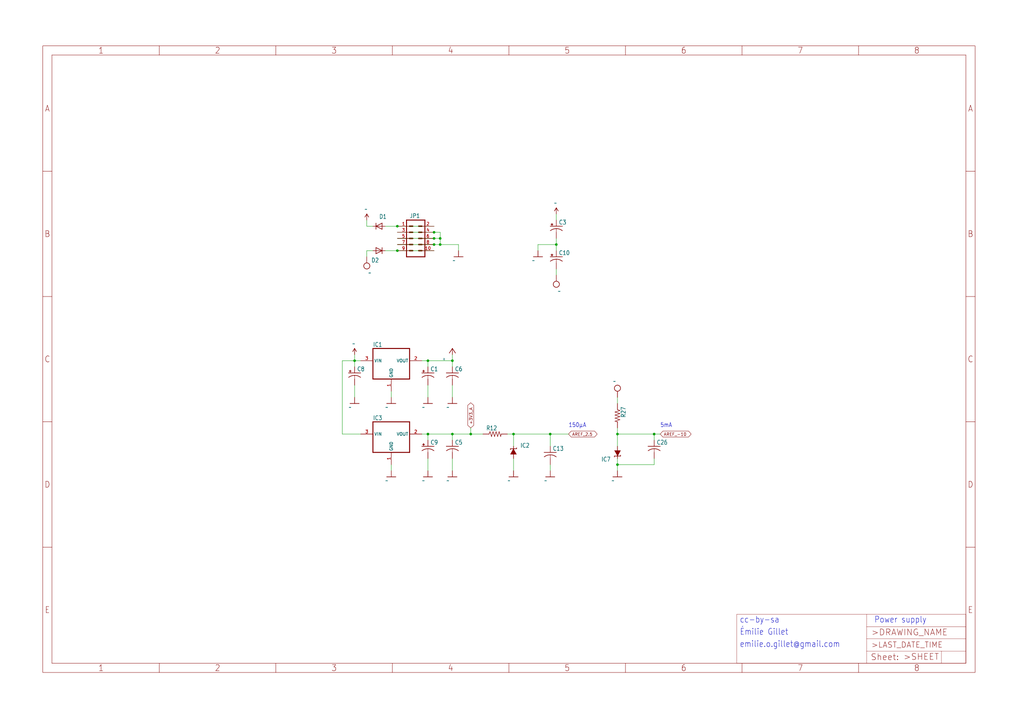
<source format=kicad_sch>
(kicad_sch (version 20211123) (generator eeschema)
  (paper "User" 425.45 299.161)
  (lib_symbols
    (symbol "tides_v40-eagle-import:+3V3" (power)
      (property "Value" "+3V3" (at -2.54 -5.08 90))
      (symbol "+3V3_1_0"
        (polyline (pts (xy 0 0) (xy -1.27 -1.905)) (stroke (width 0.254)))
        (polyline (pts (xy 1.27 -1.905) (xy 0 0)) (stroke (width 0.254)))
        (pin power_in line (at 0 -2.54 90) (length 2.54) (name "+3V3") (number "1"))
      )
    )
    (symbol "tides_v40-eagle-import:A3L-LOC"
      (symbol "A3L-LOC_0_0"
        (polyline (pts (xy 0 52.07) (xy 3.81 52.07)))
        (polyline (pts (xy 0 104.14) (xy 3.81 104.14)))
        (polyline (pts (xy 0 156.21) (xy 3.81 156.21)))
        (polyline (pts (xy 0 208.28) (xy 3.81 208.28)))
        (polyline (pts (xy 3.81 3.81) (xy 3.81 256.54)))
        (polyline (pts (xy 48.4188 0) (xy 48.4188 3.81)))
        (polyline (pts (xy 48.4188 256.54) (xy 48.4188 260.35)))
        (polyline (pts (xy 96.8375 0) (xy 96.8375 3.81)))
        (polyline (pts (xy 96.8375 256.54) (xy 96.8375 260.35)))
        (polyline (pts (xy 145.2563 0) (xy 145.2563 3.81)))
        (polyline (pts (xy 145.2563 256.54) (xy 145.2563 260.35)))
        (polyline (pts (xy 193.675 0) (xy 193.675 3.81)))
        (polyline (pts (xy 193.675 256.54) (xy 193.675 260.35)))
        (polyline (pts (xy 242.0938 0) (xy 242.0938 3.81)))
        (polyline (pts (xy 242.0938 256.54) (xy 242.0938 260.35)))
        (polyline (pts (xy 290.5125 0) (xy 290.5125 3.81)))
        (polyline (pts (xy 290.5125 256.54) (xy 290.5125 260.35)))
        (polyline (pts (xy 338.9313 0) (xy 338.9313 3.81)))
        (polyline (pts (xy 338.9313 256.54) (xy 338.9313 260.35)))
        (polyline (pts (xy 383.54 3.81) (xy 3.81 3.81)))
        (polyline (pts (xy 383.54 3.81) (xy 383.54 256.54)))
        (polyline (pts (xy 383.54 52.07) (xy 387.35 52.07)))
        (polyline (pts (xy 383.54 104.14) (xy 387.35 104.14)))
        (polyline (pts (xy 383.54 156.21) (xy 387.35 156.21)))
        (polyline (pts (xy 383.54 208.28) (xy 387.35 208.28)))
        (polyline (pts (xy 383.54 256.54) (xy 3.81 256.54)))
        (polyline (pts (xy 0 0) (xy 387.35 0) (xy 387.35 260.35) (xy 0 260.35) (xy 0 0)))
        (text "1" (at 24.2094 1.905 0) (effects (font (size 2.54 2.286))))
        (text "1" (at 24.2094 258.445 0) (effects (font (size 2.54 2.286))))
        (text "2" (at 72.6281 1.905 0) (effects (font (size 2.54 2.286))))
        (text "2" (at 72.6281 258.445 0) (effects (font (size 2.54 2.286))))
        (text "3" (at 121.0469 1.905 0) (effects (font (size 2.54 2.286))))
        (text "3" (at 121.0469 258.445 0) (effects (font (size 2.54 2.286))))
        (text "4" (at 169.4656 1.905 0) (effects (font (size 2.54 2.286))))
        (text "4" (at 169.4656 258.445 0) (effects (font (size 2.54 2.286))))
        (text "5" (at 217.8844 1.905 0) (effects (font (size 2.54 2.286))))
        (text "5" (at 217.8844 258.445 0) (effects (font (size 2.54 2.286))))
        (text "6" (at 266.3031 1.905 0) (effects (font (size 2.54 2.286))))
        (text "6" (at 266.3031 258.445 0) (effects (font (size 2.54 2.286))))
        (text "7" (at 314.7219 1.905 0) (effects (font (size 2.54 2.286))))
        (text "7" (at 314.7219 258.445 0) (effects (font (size 2.54 2.286))))
        (text "8" (at 363.1406 1.905 0) (effects (font (size 2.54 2.286))))
        (text "8" (at 363.1406 258.445 0) (effects (font (size 2.54 2.286))))
        (text "A" (at 1.905 234.315 0) (effects (font (size 2.54 2.286))))
        (text "A" (at 385.445 234.315 0) (effects (font (size 2.54 2.286))))
        (text "B" (at 1.905 182.245 0) (effects (font (size 2.54 2.286))))
        (text "B" (at 385.445 182.245 0) (effects (font (size 2.54 2.286))))
        (text "C" (at 1.905 130.175 0) (effects (font (size 2.54 2.286))))
        (text "C" (at 385.445 130.175 0) (effects (font (size 2.54 2.286))))
        (text "D" (at 1.905 78.105 0) (effects (font (size 2.54 2.286))))
        (text "D" (at 385.445 78.105 0) (effects (font (size 2.54 2.286))))
        (text "E" (at 1.905 26.035 0) (effects (font (size 2.54 2.286))))
        (text "E" (at 385.445 26.035 0) (effects (font (size 2.54 2.286))))
      )
      (symbol "A3L-LOC_1_0"
        (polyline (pts (xy 288.29 3.81) (xy 288.29 24.13)) (stroke (width 0.1016)))
        (polyline (pts (xy 288.29 3.81) (xy 342.265 3.81)) (stroke (width 0.1016)))
        (polyline (pts (xy 288.29 24.13) (xy 342.265 24.13)) (stroke (width 0.1016)))
        (polyline (pts (xy 342.265 3.81) (xy 373.38 3.81)) (stroke (width 0.1016)))
        (polyline (pts (xy 342.265 8.89) (xy 342.265 3.81)) (stroke (width 0.1016)))
        (polyline (pts (xy 342.265 8.89) (xy 342.265 13.97)) (stroke (width 0.1016)))
        (polyline (pts (xy 342.265 13.97) (xy 342.265 19.05)) (stroke (width 0.1016)))
        (polyline (pts (xy 342.265 13.97) (xy 383.54 13.97)) (stroke (width 0.1016)))
        (polyline (pts (xy 342.265 19.05) (xy 342.265 24.13)) (stroke (width 0.1016)))
        (polyline (pts (xy 342.265 19.05) (xy 383.54 19.05)) (stroke (width 0.1016)))
        (polyline (pts (xy 342.265 24.13) (xy 383.54 24.13)) (stroke (width 0.1016)))
        (polyline (pts (xy 373.38 3.81) (xy 373.38 8.89)) (stroke (width 0.1016)))
        (polyline (pts (xy 373.38 3.81) (xy 383.54 3.81)) (stroke (width 0.1016)))
        (polyline (pts (xy 373.38 8.89) (xy 342.265 8.89)) (stroke (width 0.1016)))
        (polyline (pts (xy 373.38 8.89) (xy 383.54 8.89)) (stroke (width 0.1016)))
        (polyline (pts (xy 383.54 3.81) (xy 383.54 8.89)) (stroke (width 0.1016)))
        (polyline (pts (xy 383.54 8.89) (xy 383.54 13.97)) (stroke (width 0.1016)))
        (polyline (pts (xy 383.54 13.97) (xy 383.54 19.05)) (stroke (width 0.1016)))
        (polyline (pts (xy 383.54 19.05) (xy 383.54 24.13)) (stroke (width 0.1016)))
        (text ">DRAWING_NAME" (at 344.17 15.24 0) (effects (font (size 2.54 2.54)) (justify left bottom)))
        (text ">LAST_DATE_TIME" (at 344.17 10.16 0) (effects (font (size 2.286 2.286)) (justify left bottom)))
        (text ">SHEET" (at 357.505 5.08 0) (effects (font (size 2.54 2.54)) (justify left bottom)))
        (text "Sheet:" (at 343.916 4.953 0) (effects (font (size 2.54 2.54)) (justify left bottom)))
      )
    )
    (symbol "tides_v40-eagle-import:C-USC0603"
      (property "Reference" "C" (at 1.016 0.635 0))
      (property "Value" "C-USC0603" (at 1.016 -4.191 0))
      (symbol "C-USC0603_1_0"
        (arc (start 0 -1.0161) (mid -1.302 -1.2303) (end -2.4668 -1.8504) (stroke (width 0.254)))
        (polyline (pts (xy -2.54 0) (xy 2.54 0)) (stroke (width 0.254)))
        (polyline (pts (xy 0 -1.016) (xy 0 -2.54)) (stroke (width 0.1524)))
        (arc (start 2.4892 -1.8542) (mid 1.3158 -1.2195) (end 0 -1) (stroke (width 0.254)))
        (pin passive line (at 0 2.54 270) (length 2.54) (name "1") (number "1"))
        (pin passive line (at 0 -5.08 90) (length 2.54) (name "2") (number "2"))
      )
    )
    (symbol "tides_v40-eagle-import:CPOL-USC"
      (property "Reference" "C" (at 1.016 0.635 0))
      (property "Value" "CPOL-USC" (at 1.016 -4.191 0))
      (symbol "CPOL-USC_1_0"
        (rectangle (start -2.253 0.668) (end -1.364 0.795) (fill (type outline)))
        (rectangle (start -1.872 0.287) (end -1.745 1.176) (fill (type outline)))
        (arc (start 0 -1.0161) (mid -1.3021 -1.2302) (end -2.4669 -1.8504) (stroke (width 0.254)))
        (polyline (pts (xy -2.54 0) (xy 2.54 0)) (stroke (width 0.254)))
        (polyline (pts (xy 0 -1.016) (xy 0 -2.54)) (stroke (width 0.1524)))
        (arc (start 2.4892 -1.8542) (mid 1.3158 -1.2195) (end 0 -1) (stroke (width 0.254)))
        (pin passive line (at 0 2.54 270) (length 2.54) (name "+") (number "+"))
        (pin passive line (at 0 -5.08 90) (length 2.54) (name "-") (number "-"))
      )
    )
    (symbol "tides_v40-eagle-import:CPOL-USD"
      (property "Reference" "C" (at 1.016 0.635 0))
      (property "Value" "CPOL-USD" (at 1.016 -4.191 0))
      (symbol "CPOL-USD_1_0"
        (rectangle (start -2.253 0.668) (end -1.364 0.795) (fill (type outline)))
        (rectangle (start -1.872 0.287) (end -1.745 1.176) (fill (type outline)))
        (arc (start 0 -1.0161) (mid -1.3021 -1.2302) (end -2.4669 -1.8504) (stroke (width 0.254)))
        (polyline (pts (xy -2.54 0) (xy 2.54 0)) (stroke (width 0.254)))
        (polyline (pts (xy 0 -1.016) (xy 0 -2.54)) (stroke (width 0.1524)))
        (arc (start 2.4892 -1.8542) (mid 1.3158 -1.2195) (end 0 -1) (stroke (width 0.254)))
        (pin passive line (at 0 2.54 270) (length 2.54) (name "+") (number "+"))
        (pin passive line (at 0 -5.08 90) (length 2.54) (name "-") (number "-"))
      )
    )
    (symbol "tides_v40-eagle-import:DIODE-SOD123"
      (property "Reference" "D" (at 2.54 0.4826 0))
      (property "Value" "DIODE-SOD123" (at 2.54 -2.3114 0))
      (symbol "DIODE-SOD123_1_0"
        (polyline (pts (xy -1.27 -1.27) (xy 1.27 0)) (stroke (width 0.254)))
        (polyline (pts (xy -1.27 1.27) (xy -1.27 -1.27)) (stroke (width 0.254)))
        (polyline (pts (xy 1.27 0) (xy -1.27 1.27)) (stroke (width 0.254)))
        (polyline (pts (xy 1.27 0) (xy 1.27 -1.27)) (stroke (width 0.254)))
        (polyline (pts (xy 1.27 1.27) (xy 1.27 0)) (stroke (width 0.254)))
        (pin passive line (at -2.54 0 0) (length 2.54) (name "A") (number "A"))
        (pin passive line (at 2.54 0 180) (length 2.54) (name "C") (number "C"))
      )
    )
    (symbol "tides_v40-eagle-import:GND" (power)
      (property "Value" "GND" (at -2.54 -2.54 0))
      (symbol "GND_1_0"
        (polyline (pts (xy -1.905 0) (xy 1.905 0)) (stroke (width 0.254)))
        (pin power_in line (at 0 2.54 270) (length 2.54) (name "GND") (number "1"))
      )
    )
    (symbol "tides_v40-eagle-import:LM4041DBZ"
      (property "Reference" "IC" (at 2.794 1.905 0))
      (property "Value" "LM4041DBZ" (at 2.794 -0.889 0))
      (symbol "LM4041DBZ_1_0"
        (polyline (pts (xy -1.27 1.524) (xy -1.27 1.143)) (stroke (width 0.254)))
        (polyline (pts (xy 0 1.524) (xy -1.27 1.524)) (stroke (width 0.254)))
        (polyline (pts (xy 1.27 1.524) (xy 0 1.524)) (stroke (width 0.254)))
        (polyline (pts (xy 1.27 1.905) (xy 1.27 1.524)) (stroke (width 0.254)))
        (polyline (pts (xy 0 1.524) (xy -1.27 -0.762) (xy 1.27 -0.762)) (fill (type outline)))
        (pin passive line (at 0 2.54 270) (length 2.54) (name "C") (number "1"))
        (pin passive line (at 0 -2.54 90) (length 2.54) (name "A") (number "2"))
      )
    )
    (symbol "tides_v40-eagle-import:M05X2PTH"
      (property "Reference" "JP" (at -2.54 8.382 0))
      (property "Value" "M05X2PTH" (at -2.54 -10.16 0))
      (symbol "M05X2PTH_1_0"
        (polyline (pts (xy -3.81 7.62) (xy -3.81 -7.62)) (stroke (width 0.4064)))
        (polyline (pts (xy -3.81 7.62) (xy 3.81 7.62)) (stroke (width 0.4064)))
        (polyline (pts (xy -1.27 -5.08) (xy -2.54 -5.08)) (stroke (width 0.6096)))
        (polyline (pts (xy -1.27 -2.54) (xy -2.54 -2.54)) (stroke (width 0.6096)))
        (polyline (pts (xy -1.27 0) (xy -2.54 0)) (stroke (width 0.6096)))
        (polyline (pts (xy -1.27 2.54) (xy -2.54 2.54)) (stroke (width 0.6096)))
        (polyline (pts (xy -1.27 5.08) (xy -2.54 5.08)) (stroke (width 0.6096)))
        (polyline (pts (xy 1.27 -5.08) (xy 2.54 -5.08)) (stroke (width 0.6096)))
        (polyline (pts (xy 1.27 -2.54) (xy 2.54 -2.54)) (stroke (width 0.6096)))
        (polyline (pts (xy 1.27 0) (xy 2.54 0)) (stroke (width 0.6096)))
        (polyline (pts (xy 1.27 2.54) (xy 2.54 2.54)) (stroke (width 0.6096)))
        (polyline (pts (xy 1.27 5.08) (xy 2.54 5.08)) (stroke (width 0.6096)))
        (polyline (pts (xy 3.81 -7.62) (xy -3.81 -7.62)) (stroke (width 0.4064)))
        (polyline (pts (xy 3.81 -7.62) (xy 3.81 7.62)) (stroke (width 0.4064)))
        (pin passive line (at -7.62 5.08 0) (length 5.08) (name "1") (number "1"))
        (pin passive line (at 7.62 -5.08 180) (length 5.08) (name "10") (number "10"))
        (pin passive line (at 7.62 5.08 180) (length 5.08) (name "2") (number "2"))
        (pin passive line (at -7.62 2.54 0) (length 5.08) (name "3") (number "3"))
        (pin passive line (at 7.62 2.54 180) (length 5.08) (name "4") (number "4"))
        (pin passive line (at -7.62 0 0) (length 5.08) (name "5") (number "5"))
        (pin passive line (at 7.62 0 180) (length 5.08) (name "6") (number "6"))
        (pin passive line (at -7.62 -2.54 0) (length 5.08) (name "7") (number "7"))
        (pin passive line (at 7.62 -2.54 180) (length 5.08) (name "8") (number "8"))
        (pin passive line (at -7.62 -5.08 0) (length 5.08) (name "9") (number "9"))
      )
    )
    (symbol "tides_v40-eagle-import:R-US_R0603"
      (property "Reference" "R" (at -3.81 1.4986 0))
      (property "Value" "R-US_R0603" (at -3.81 -3.302 0))
      (symbol "R-US_R0603_1_0"
        (polyline (pts (xy -2.54 0) (xy -2.159 1.016)) (stroke (width 0.2032)))
        (polyline (pts (xy -2.159 1.016) (xy -1.524 -1.016)) (stroke (width 0.2032)))
        (polyline (pts (xy -1.524 -1.016) (xy -0.889 1.016)) (stroke (width 0.2032)))
        (polyline (pts (xy -0.889 1.016) (xy -0.254 -1.016)) (stroke (width 0.2032)))
        (polyline (pts (xy -0.254 -1.016) (xy 0.381 1.016)) (stroke (width 0.2032)))
        (polyline (pts (xy 0.381 1.016) (xy 1.016 -1.016)) (stroke (width 0.2032)))
        (polyline (pts (xy 1.016 -1.016) (xy 1.651 1.016)) (stroke (width 0.2032)))
        (polyline (pts (xy 1.651 1.016) (xy 2.286 -1.016)) (stroke (width 0.2032)))
        (polyline (pts (xy 2.286 -1.016) (xy 2.54 0)) (stroke (width 0.2032)))
        (pin passive line (at -5.08 0 0) (length 2.54) (name "1") (number "1"))
        (pin passive line (at 5.08 0 180) (length 2.54) (name "2") (number "2"))
      )
    )
    (symbol "tides_v40-eagle-import:REG1117"
      (property "Reference" "IC" (at -7.62 5.715 0))
      (property "Value" "REG1117" (at -5.08 2.54 0))
      (symbol "REG1117_1_0"
        (polyline (pts (xy -7.62 -7.62) (xy 7.62 -7.62)) (stroke (width 0.4064)))
        (polyline (pts (xy -7.62 5.08) (xy -7.62 -7.62)) (stroke (width 0.4064)))
        (polyline (pts (xy 7.62 -7.62) (xy 7.62 5.08)) (stroke (width 0.4064)))
        (polyline (pts (xy 7.62 5.08) (xy -7.62 5.08)) (stroke (width 0.4064)))
        (pin power_in line (at 0 -12.7 90) (length 5.08) (name "GND") (number "1"))
        (pin output line (at 12.7 0 180) (length 5.08) (name "VOUT") (number "2"))
        (pin input line (at -12.7 0 0) (length 5.08) (name "VIN") (number "3"))
      )
    )
    (symbol "tides_v40-eagle-import:VCC" (power)
      (property "Value" "VCC" (at -1.016 3.556 0))
      (symbol "VCC_1_0"
        (polyline (pts (xy 0 2.54) (xy -0.762 1.27)) (stroke (width 0.254)))
        (polyline (pts (xy 0.762 1.27) (xy 0 2.54)) (stroke (width 0.254)))
        (pin power_in line (at 0 0 90) (length 2.54) (name "VCC") (number "1"))
      )
    )
    (symbol "tides_v40-eagle-import:VEE" (power)
      (property "Value" "VEE" (at -1.905 3.175 0))
      (symbol "VEE_1_0"
        (circle (center 0 1.27) (radius 1.27) (stroke (width 0.254)))
        (pin power_in line (at 0 -2.54 90) (length 2.54) (name "VEE") (number "1"))
      )
    )
  )
  (junction (at 187.96 149.86))
  (junction (at 271.78 180.34))
  (junction (at 180.34 101.6))
  (junction (at 187.96 180.34))
  (junction (at 165.1 93.98))
  (junction (at 256.54 193.04))
  (junction (at 180.34 99.06))
  (junction (at 180.34 96.52))
  (junction (at 213.36 180.34))
  (junction (at 165.1 104.14))
  (junction (at 195.58 180.34))
  (junction (at 177.8 180.34))
  (junction (at 228.6 180.34))
  (junction (at 147.32 149.86))
  (junction (at 182.88 99.06))
  (junction (at 256.54 180.34))
  (junction (at 182.88 101.6))
  (junction (at 231.14 101.6))
  (junction (at 177.8 149.86))
  (wire (pts (xy 182.88 99.06) (xy 182.88 101.6)))
  (wire (pts (xy 162.56 162.56) (xy 162.56 165.1)))
  (wire (pts (xy 190.5 101.6) (xy 190.5 104.14)))
  (wire (pts (xy 187.96 149.86) (xy 187.96 152.4)))
  (wire (pts (xy 175.26 149.86) (xy 177.8 149.86)))
  (wire (pts (xy 271.78 180.34) (xy 271.78 182.88)))
  (wire (pts (xy 210.82 180.34) (xy 213.36 180.34)))
  (wire (pts (xy 180.34 99.06) (xy 165.1 99.06)))
  (wire (pts (xy 187.96 147.32) (xy 187.96 149.86)))
  (wire (pts (xy 152.4 93.98) (xy 154.94 93.98)))
  (wire (pts (xy 152.4 93.98) (xy 152.4 91.44)))
  (wire (pts (xy 175.26 180.34) (xy 177.8 180.34)))
  (wire (pts (xy 177.8 182.88) (xy 177.8 180.34)))
  (wire (pts (xy 152.4 104.14) (xy 154.94 104.14)))
  (wire (pts (xy 271.78 190.5) (xy 271.78 193.04)))
  (wire (pts (xy 271.78 180.34) (xy 274.32 180.34)))
  (wire (pts (xy 256.54 193.04) (xy 256.54 195.58)))
  (wire (pts (xy 180.34 96.52) (xy 182.88 96.52)))
  (wire (pts (xy 177.8 152.4) (xy 177.8 149.86)))
  (wire (pts (xy 180.34 101.6) (xy 182.88 101.6)))
  (wire (pts (xy 152.4 104.14) (xy 152.4 106.68)))
  (wire (pts (xy 147.32 149.86) (xy 142.24 149.86)))
  (wire (pts (xy 195.58 180.34) (xy 200.66 180.34)))
  (wire (pts (xy 147.32 160.02) (xy 147.32 165.1)))
  (wire (pts (xy 187.96 180.34) (xy 195.58 180.34)))
  (wire (pts (xy 256.54 193.04) (xy 271.78 193.04)))
  (wire (pts (xy 147.32 149.86) (xy 147.32 152.4)))
  (wire (pts (xy 213.36 190.5) (xy 213.36 195.58)))
  (wire (pts (xy 187.96 160.02) (xy 187.96 165.1)))
  (wire (pts (xy 182.88 96.52) (xy 182.88 99.06)))
  (wire (pts (xy 187.96 190.5) (xy 187.96 195.58)))
  (wire (pts (xy 228.6 185.42) (xy 228.6 180.34)))
  (wire (pts (xy 228.6 180.34) (xy 213.36 180.34)))
  (wire (pts (xy 160.02 104.14) (xy 165.1 104.14)))
  (wire (pts (xy 147.32 149.86) (xy 149.86 149.86)))
  (wire (pts (xy 142.24 180.34) (xy 149.86 180.34)))
  (wire (pts (xy 256.54 190.5) (xy 256.54 193.04)))
  (wire (pts (xy 177.8 149.86) (xy 187.96 149.86)))
  (wire (pts (xy 165.1 96.52) (xy 180.34 96.52)))
  (wire (pts (xy 195.58 180.34) (xy 195.58 177.8)))
  (wire (pts (xy 231.14 101.6) (xy 223.52 101.6)))
  (wire (pts (xy 231.14 91.44) (xy 231.14 88.9)))
  (wire (pts (xy 228.6 180.34) (xy 236.22 180.34)))
  (wire (pts (xy 182.88 101.6) (xy 190.5 101.6)))
  (wire (pts (xy 231.14 101.6) (xy 231.14 104.14)))
  (wire (pts (xy 223.52 101.6) (xy 223.52 104.14)))
  (wire (pts (xy 228.6 193.04) (xy 228.6 195.58)))
  (wire (pts (xy 165.1 101.6) (xy 180.34 101.6)))
  (wire (pts (xy 213.36 180.34) (xy 213.36 185.42)))
  (wire (pts (xy 231.14 99.06) (xy 231.14 101.6)))
  (wire (pts (xy 142.24 149.86) (xy 142.24 180.34)))
  (wire (pts (xy 271.78 180.34) (xy 256.54 180.34)))
  (wire (pts (xy 256.54 167.64) (xy 256.54 165.1)))
  (wire (pts (xy 162.56 193.04) (xy 162.56 195.58)))
  (wire (pts (xy 256.54 185.42) (xy 256.54 180.34)))
  (wire (pts (xy 231.14 111.76) (xy 231.14 114.3)))
  (wire (pts (xy 177.8 190.5) (xy 177.8 195.58)))
  (wire (pts (xy 177.8 180.34) (xy 187.96 180.34)))
  (wire (pts (xy 147.32 147.32) (xy 147.32 149.86)))
  (wire (pts (xy 165.1 93.98) (xy 180.34 93.98)))
  (wire (pts (xy 160.02 93.98) (xy 165.1 93.98)))
  (wire (pts (xy 182.88 99.06) (xy 180.34 99.06)))
  (wire (pts (xy 187.96 182.88) (xy 187.96 180.34)))
  (wire (pts (xy 177.8 160.02) (xy 177.8 165.1)))
  (wire (pts (xy 256.54 180.34) (xy 256.54 177.8)))
  (wire (pts (xy 165.1 104.14) (xy 180.34 104.14)))
  (text "Émilie Gillet" (at 307.34 264.16 180) (effects (font (size 2.54 2.159)) (justify left bottom)))
  (text "Power supply" (at 363.22 259.08 180) (effects (font (size 2.54 2.159)) (justify left bottom)))
  (text "5mA" (at 274.32 177.8 180) (effects (font (size 1.778 1.5113)) (justify left bottom)))
  (text "emilie.o.gillet@gmail.com" (at 307.34 269.24 180) (effects (font (size 2.54 2.159)) (justify left bottom)))
  (text "150µA" (at 236.22 177.8 180) (effects (font (size 1.778 1.5113)) (justify left bottom)))
  (text "cc-by-sa" (at 307.34 259.08 180) (effects (font (size 2.54 2.159)) (justify left bottom)))
  (global_label "AREF_-10" (shape bidirectional) (at 274.32 180.34 0) (effects (font (size 1.2446 1.2446))) (property "Intersheet References" "${INTERSHEET_REFS}" (effects hide)))
  (global_label "+3V3_A" (shape bidirectional) (at 195.58 177.8 90) (effects (font (size 1.2446 1.2446))) (property "Intersheet References" "${INTERSHEET_REFS}" (effects hide)))
  (global_label "AREF_2.5" (shape bidirectional) (at 236.22 180.34 0) (effects (font (size 1.2446 1.2446))) (property "Intersheet References" "${INTERSHEET_REFS}" (effects hide)))
  (symbol (lib_id "tides_v40-eagle-import:GND") (at 187.96 167.64 0) (unit 1)
    (property "Reference" "#GND36" (effects hide))
  )
  (symbol (lib_id "tides_v40-eagle-import:CPOL-USC") (at 147.32 154.94 0) (unit 1)
    (property "Reference" "C8" (at 148.336 154.305 0) (effects (font (size 1.778 1.5113)) (justify left bottom)))
  )
  (symbol (lib_id "tides_v40-eagle-import:LM4041DBZ") (at 256.54 187.96 180) (unit 1)
    (property "Reference" "IC7" (at 253.746 189.865 0) (effects (font (size 1.778 1.5113)) (justify left bottom)))
  )
  (symbol (lib_id "tides_v40-eagle-import:C-USC0603") (at 187.96 154.94 0) (unit 1)
    (property "Reference" "C6" (at 188.976 154.305 0) (effects (font (size 1.778 1.5113)) (justify left bottom)))
  )
  (symbol (lib_id "tides_v40-eagle-import:GND") (at 162.56 167.64 0) (unit 1)
    (property "Reference" "#GND34" (effects hide))
  )
  (symbol (lib_id "tides_v40-eagle-import:GND") (at 147.32 167.64 0) (unit 1)
    (property "Reference" "#GND43" (effects hide))
  )
  (symbol (lib_id "tides_v40-eagle-import:R-US_R0603") (at 256.54 172.72 270) (unit 1)
    (property "Reference" "R27" (at 258.0386 168.91 0) (effects (font (size 1.778 1.5113)) (justify left bottom)))
  )
  (symbol (lib_id "tides_v40-eagle-import:VEE") (at 256.54 162.56 0) (unit 1)
    (property "Reference" "#SUPPLY1" (effects hide))
  )
  (symbol (lib_id "tides_v40-eagle-import:C-USC0603") (at 228.6 187.96 0) (unit 1)
    (property "Reference" "C13" (at 229.616 187.325 0) (effects (font (size 1.778 1.5113)) (justify left bottom)))
  )
  (symbol (lib_id "tides_v40-eagle-import:VEE") (at 231.14 116.84 180) (unit 1)
    (property "Reference" "#SUPPLY3" (effects hide))
  )
  (symbol (lib_id "tides_v40-eagle-import:VCC") (at 231.14 88.9 0) (unit 1)
    (property "Reference" "#P+3" (effects hide))
  )
  (symbol (lib_id "tides_v40-eagle-import:C-USC0603") (at 187.96 185.42 0) (unit 1)
    (property "Reference" "C5" (at 188.976 184.785 0) (effects (font (size 1.778 1.5113)) (justify left bottom)))
  )
  (symbol (lib_id "tides_v40-eagle-import:CPOL-USD") (at 231.14 106.68 0) (unit 1)
    (property "Reference" "C10" (at 232.156 106.045 0) (effects (font (size 1.778 1.5113)) (justify left bottom)))
  )
  (symbol (lib_id "tides_v40-eagle-import:GND") (at 177.8 198.12 0) (unit 1)
    (property "Reference" "#GND68" (effects hide))
  )
  (symbol (lib_id "tides_v40-eagle-import:GND") (at 223.52 106.68 0) (unit 1)
    (property "Reference" "#GND24" (effects hide))
  )
  (symbol (lib_id "tides_v40-eagle-import:VCC") (at 147.32 147.32 0) (unit 1)
    (property "Reference" "#P+8" (effects hide))
  )
  (symbol (lib_id "tides_v40-eagle-import:GND") (at 190.5 106.68 0) (unit 1)
    (property "Reference" "#GND23" (effects hide))
  )
  (symbol (lib_id "tides_v40-eagle-import:DIODE-SOD123") (at 157.48 93.98 180) (unit 1)
    (property "Reference" "D1" (at 157.48 90.9574 0) (effects (font (size 1.778 1.5113)) (justify right top)))
  )
  (symbol (lib_id "tides_v40-eagle-import:GND") (at 187.96 198.12 0) (unit 1)
    (property "Reference" "#GND71" (effects hide))
  )
  (symbol (lib_id "tides_v40-eagle-import:C-USC0603") (at 271.78 185.42 0) (unit 1)
    (property "Reference" "C26" (at 272.796 184.785 0) (effects (font (size 1.778 1.5113)) (justify left bottom)))
  )
  (symbol (lib_id "tides_v40-eagle-import:GND") (at 228.6 198.12 0) (unit 1)
    (property "Reference" "#GND41" (effects hide))
  )
  (symbol (lib_id "tides_v40-eagle-import:GND") (at 177.8 167.64 0) (unit 1)
    (property "Reference" "#GND35" (effects hide))
  )
  (symbol (lib_id "tides_v40-eagle-import:CPOL-USC") (at 177.8 154.94 0) (unit 1)
    (property "Reference" "C1" (at 178.816 154.305 0) (effects (font (size 1.778 1.5113)) (justify left bottom)))
  )
  (symbol (lib_id "tides_v40-eagle-import:+3V3") (at 187.96 144.78 0) (unit 1)
    (property "Reference" "#+3V1" (effects hide))
  )
  (symbol (lib_id "tides_v40-eagle-import:GND") (at 256.54 198.12 0) (unit 1)
    (property "Reference" "#GND69" (effects hide))
  )
  (symbol (lib_id "tides_v40-eagle-import:VEE") (at 152.4 109.22 180) (unit 1)
    (property "Reference" "#SUPPLY2" (effects hide))
  )
  (symbol (lib_id "tides_v40-eagle-import:VCC") (at 152.4 91.44 0) (unit 1)
    (property "Reference" "#P+2" (effects hide))
  )
  (symbol (lib_id "tides_v40-eagle-import:DIODE-SOD123") (at 157.48 104.14 0) (unit 1)
    (property "Reference" "D2" (at 157.48 107.1626 0) (effects (font (size 1.778 1.5113)) (justify right top)))
  )
  (symbol (lib_id "tides_v40-eagle-import:CPOL-USC") (at 177.8 185.42 0) (unit 1)
    (property "Reference" "C9" (at 178.816 184.785 0) (effects (font (size 1.778 1.5113)) (justify left bottom)))
  )
  (symbol (lib_id "tides_v40-eagle-import:REG1117") (at 162.56 149.86 0) (unit 1)
    (property "Reference" "IC1" (at 154.94 144.145 0) (effects (font (size 1.778 1.5113)) (justify left bottom)))
  )
  (symbol (lib_id "tides_v40-eagle-import:GND") (at 162.56 198.12 0) (unit 1)
    (property "Reference" "#GND63" (effects hide))
  )
  (symbol (lib_id "tides_v40-eagle-import:R-US_R0603") (at 205.74 180.34 0) (unit 1)
    (property "Reference" "R12" (at 201.93 178.8414 0) (effects (font (size 1.778 1.5113)) (justify left bottom)))
  )
  (symbol (lib_id "tides_v40-eagle-import:CPOL-USD") (at 231.14 93.98 0) (unit 1)
    (property "Reference" "C3" (at 232.156 93.345 0) (effects (font (size 1.778 1.5113)) (justify left bottom)))
  )
  (symbol (lib_id "tides_v40-eagle-import:A3L-LOC") (at 17.78 279.4 0) (unit 1)
    (property "Reference" "#FRAME2" (effects hide))
  )
  (symbol (lib_id "tides_v40-eagle-import:M05X2PTH") (at 172.72 99.06 0) (unit 1)
    (property "Reference" "JP1" (at 170.18 90.678 0) (effects (font (size 1.778 1.5113)) (justify left bottom)))
  )
  (symbol (lib_id "tides_v40-eagle-import:REG1117") (at 162.56 180.34 0) (unit 1)
    (property "Reference" "IC3" (at 154.94 174.625 0) (effects (font (size 1.778 1.5113)) (justify left bottom)))
  )
  (symbol (lib_id "tides_v40-eagle-import:GND") (at 213.36 198.12 0) (unit 1)
    (property "Reference" "#GND40" (effects hide))
  )
  (symbol (lib_id "tides_v40-eagle-import:LM4041DBZ") (at 213.36 187.96 0) (unit 1)
    (property "Reference" "IC2" (at 216.154 186.055 0) (effects (font (size 1.778 1.5113)) (justify left bottom)))
  )
)
</source>
